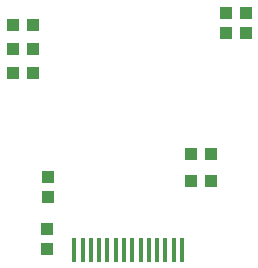
<source format=gtp>
G75*
%MOIN*%
%OFA0B0*%
%FSLAX24Y24*%
%IPPOS*%
%LPD*%
%AMOC8*
5,1,8,0,0,1.08239X$1,22.5*
%
%ADD10R,0.0157X0.0795*%
%ADD11R,0.0433X0.0394*%
%ADD12R,0.0394X0.0433*%
D10*
X002544Y003520D03*
X002820Y003520D03*
X003095Y003520D03*
X003371Y003520D03*
X003646Y003520D03*
X003922Y003520D03*
X004198Y003520D03*
X004473Y003520D03*
X004749Y003520D03*
X005024Y003520D03*
X005300Y003520D03*
X005576Y003520D03*
X005851Y003520D03*
X006127Y003520D03*
D11*
X006442Y005811D03*
X007111Y005811D03*
X007091Y006724D03*
X006422Y006724D03*
X001174Y009413D03*
X001162Y010201D03*
X001154Y011012D03*
X000485Y011012D03*
X000493Y010201D03*
X000505Y009413D03*
D12*
X001627Y003535D03*
X001627Y004205D03*
X001678Y005264D03*
X001678Y005933D03*
X007595Y010732D03*
X007595Y011402D03*
X008261Y011409D03*
X008261Y010740D03*
M02*

</source>
